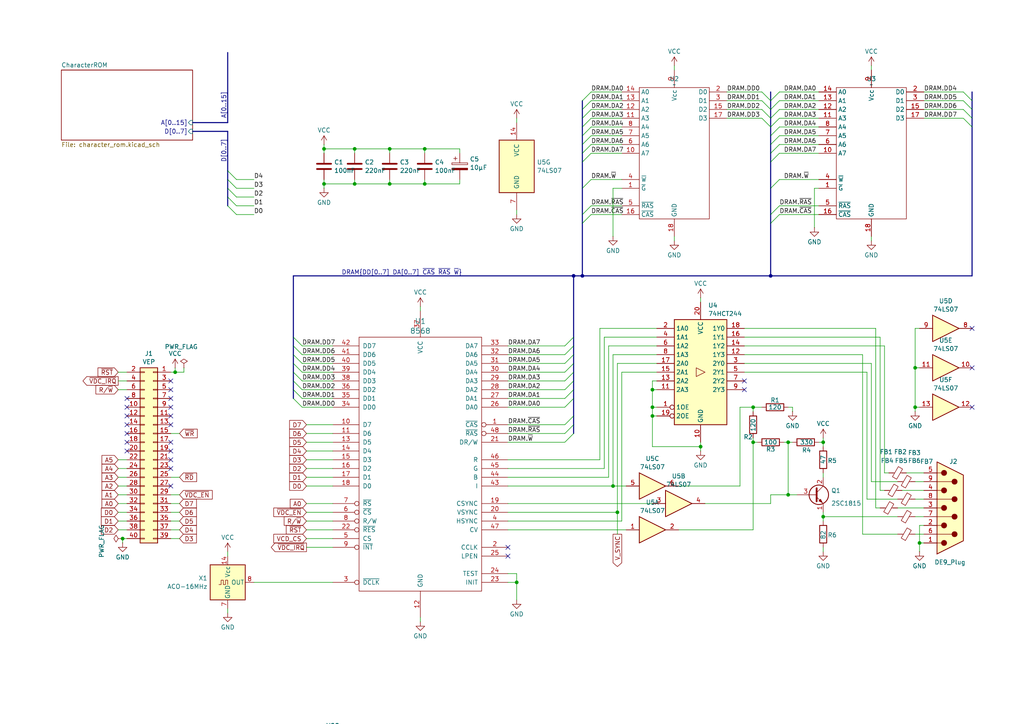
<source format=kicad_sch>
(kicad_sch (version 20231120) (generator "eeschema") (generator_version "8.0")
  (paper "A4")
  (title_block (title "Video Expansion Card - VDC 8568") (date "2024-06-30") (rev "A0") (company "Sperly Retro Electronics"))
  (lib_symbols
    (symbol "4464_1"
      (property "Reference" "U" (at -8.89 43.434 0))
      (symbol "4464_1_1_0"
        (pin power_in line (at 0 -1.27 90) (length 5.08) (name "GND") (number "18"))
        (pin power_in line (at 0 46.99 270) (length 5.08) (name "Vcc") (number "9"))
      )
      (symbol "4464_1_1_1"
        (pin input line (at -15.24 12.7 0) (length 5.08) (name "~{G}") (number "1"))
        (pin input line (at -15.24 22.86 0) (length 5.08) (name "A7") (number "10"))
        (pin input line (at -15.24 33.02 0) (length 5.08) (name "A3") (number "11"))
        (pin input line (at -15.24 35.56 0) (length 5.08) (name "A2") (number "12"))
        (pin input line (at -15.24 38.1 0) (length 5.08) (name "A1") (number "13"))
        (pin input line (at -15.24 40.64 0) (length 5.08) (name "A0") (number "14"))
        (pin bidirectional line (at 15.24 35.56 180) (length 5.08) (name "D2") (number "15"))
        (pin input line (at -15.24 5.08 0) (length 5.08) (name "~{CAS}") (number "16"))
        (pin bidirectional line (at 15.24 33.02 180) (length 5.08) (name "D3") (number "17"))
        (pin bidirectional line (at 15.24 40.64 180) (length 5.08) (name "D0") (number "2"))
        (pin bidirectional line (at 15.24 38.1 180) (length 5.08) (name "D1") (number "3"))
        (pin input line (at -15.24 15.24 0) (length 5.08) (name "~{W}") (number "4"))
        (pin input line (at -15.24 7.62 0) (length 5.08) (name "~{RAS}") (number "5"))
        (pin input line (at -15.24 25.4 0) (length 5.08) (name "A6") (number "6"))
        (pin input line (at -15.24 27.94 0) (length 5.08) (name "A5") (number "7"))
        (pin input line (at -15.24 30.48 0) (length 5.08) (name "A4") (number "8"))
      )
    )
    (symbol "74xx:74HCT244"
      (property "Reference" "U" (at -7.62 16.51 0))
      (property "Value" "74HCT244" (at -7.62 -16.51 0))
      (symbol "74HCT244_1_0"
        (pin input inverted (at -12.7 -10.16 0) (length 5.08) (name "1OE") (number "1"))
        (pin power_in line (at 0 -20.32 90) (length 5.08) (name "GND") (number "10"))
        (pin input line (at -12.7 -5.08 0) (length 5.08) (name "2A3") (number "11"))
        (pin tri_state line (at 12.7 5.08 180) (length 5.08) (name "1Y3") (number "12"))
        (pin input line (at -12.7 -2.54 0) (length 5.08) (name "2A2") (number "13"))
        (pin tri_state line (at 12.7 7.62 180) (length 5.08) (name "1Y2") (number "14"))
        (pin input line (at -12.7 0 0) (length 5.08) (name "2A1") (number "15"))
        (pin tri_state line (at 12.7 10.16 180) (length 5.08) (name "1Y1") (number "16"))
        (pin input line (at -12.7 2.54 0) (length 5.08) (name "2A0") (number "17"))
        (pin tri_state line (at 12.7 12.7 180) (length 5.08) (name "1Y0") (number "18"))
        (pin input inverted (at -12.7 -12.7 0) (length 5.08) (name "2OE") (number "19"))
        (pin input line (at -12.7 12.7 0) (length 5.08) (name "1A0") (number "2"))
        (pin power_in line (at 0 20.32 270) (length 5.08) (name "VCC") (number "20"))
        (pin tri_state line (at 12.7 2.54 180) (length 5.08) (name "2Y0") (number "3"))
        (pin input line (at -12.7 10.16 0) (length 5.08) (name "1A1") (number "4"))
        (pin tri_state line (at 12.7 0 180) (length 5.08) (name "2Y1") (number "5"))
        (pin input line (at -12.7 7.62 0) (length 5.08) (name "1A2") (number "6"))
        (pin tri_state line (at 12.7 -2.54 180) (length 5.08) (name "2Y2") (number "7"))
        (pin input line (at -12.7 5.08 0) (length 5.08) (name "1A3") (number "8"))
        (pin tri_state line (at 12.7 -5.08 180) (length 5.08) (name "2Y3") (number "9"))
      )
    )
    (symbol "74xx:74LS07" (pin_names (offset 1.016))
      (property "Reference" "U" (at 0 1.27 0))
      (property "Value" "74LS07" (at 0 -1.27 0))
      (symbol "74LS07_1_0"
        (pin input line (at -7.62 0 0) (length 3.81) (name "~") (number "1"))
        (pin open_collector line (at 7.62 0 180) (length 3.81) (name "~") (number "2"))
      )
      (symbol "74LS07_2_0"
        (pin input line (at -7.62 0 0) (length 3.81) (name "~") (number "3"))
        (pin open_collector line (at 7.62 0 180) (length 3.81) (name "~") (number "4"))
      )
      (symbol "74LS07_3_0"
        (pin input line (at -7.62 0 0) (length 3.81) (name "~") (number "5"))
        (pin open_collector line (at 7.62 0 180) (length 3.81) (name "~") (number "6"))
      )
      (symbol "74LS07_4_0"
        (pin open_collector line (at 7.62 0 180) (length 3.81) (name "~") (number "8"))
        (pin input line (at -7.62 0 0) (length 3.81) (name "~") (number "9"))
      )
      (symbol "74LS07_5_0"
        (pin open_collector line (at 7.62 0 180) (length 3.81) (name "~") (number "10"))
        (pin input line (at -7.62 0 0) (length 3.81) (name "~") (number "11"))
      )
      (symbol "74LS07_6_0"
        (pin open_collector line (at 7.62 0 180) (length 3.81) (name "~") (number "12"))
        (pin input line (at -7.62 0 0) (length 3.81) (name "~") (number "13"))
      )
      (symbol "74LS07_7_0"
        (pin power_in line (at 0 12.7 270) (length 5.08) (name "VCC") (number "14"))
        (pin power_in line (at 0 -12.7 90) (length 5.08) (name "GND") (number "7"))
      )
    )
    (symbol "Connector:DE9_Plug" (pin_names (offset 1.016) hide)
      (property "Reference" "J" (at 0 13.97 0))
      (property "Value" "DE9_Plug" (at 0 -14.605 0))
      (symbol "DE9_Plug_1_1"
        (pin passive line (at -7.62 -10.16 0) (length 3.81) (name "1") (number "1"))
        (pin passive line (at -7.62 -5.08 0) (length 3.81) (name "2") (number "2"))
        (pin passive line (at -7.62 0 0) (length 3.81) (name "3") (number "3"))
        (pin passive line (at -7.62 5.08 0) (length 3.81) (name "4") (number "4"))
        (pin passive line (at -7.62 10.16 0) (length 3.81) (name "5") (number "5"))
        (pin passive line (at -7.62 -7.62 0) (length 3.81) (name "6") (number "6"))
        (pin passive line (at -7.62 -2.54 0) (length 3.81) (name "7") (number "7"))
        (pin passive line (at -7.62 2.54 0) (length 3.81) (name "8") (number "8"))
        (pin passive line (at -7.62 7.62 0) (length 3.81) (name "9") (number "9"))
      )
    )
    (symbol "Connector_Generic:Conn_02x20_Odd_Even" (pin_names (offset 1.016) hide)
      (property "Reference" "J" (at 1.27 25.4 0))
      (property "Value" "Conn_02x20_Odd_Even" (at 1.27 -27.94 0))
      (symbol "Conn_02x20_Odd_Even_1_1"
        (pin passive line (at -5.08 22.86 0) (length 3.81) (name "Pin_1") (number "1"))
        (pin passive line (at 7.62 12.7 180) (length 3.81) (name "Pin_10") (number "10"))
        (pin passive line (at -5.08 10.16 0) (length 3.81) (name "Pin_11") (number "11"))
        (pin passive line (at 7.62 10.16 180) (length 3.81) (name "Pin_12") (number "12"))
        (pin passive line (at -5.08 7.62 0) (length 3.81) (name "Pin_13") (number "13"))
        (pin passive line (at 7.62 7.62 180) (length 3.81) (name "Pin_14") (number "14"))
        (pin passive line (at -5.08 5.08 0) (length 3.81) (name "Pin_15") (number "15"))
        (pin passive line (at 7.62 5.08 180) (length 3.81) (name "Pin_16") (number "16"))
        (pin passive line (at -5.08 2.54 0) (length 3.81) (name "Pin_17") (number "17"))
        (pin passive line (at 7.62 2.54 180) (length 3.81) (name "Pin_18") (number "18"))
        (pin passive line (at -5.08 0 0) (length 3.81) (name "Pin_19") (number "19"))
        (pin passive line (at 7.62 22.86 180) (length 3.81) (name "Pin_2") (number "2"))
        (pin passive line (at 7.62 0 180) (length 3.81) (name "Pin_20") (number "20"))
        (pin passive line (at -5.08 -2.54 0) (length 3.81) (name "Pin_21") (number "21"))
        (pin passive line (at 7.62 -2.54 180) (length 3.81) (name "Pin_22") (number "22"))
        (pin passive line (at -5.08 -5.08 0) (length 3.81) (name "Pin_23") (number "23"))
        (pin passive line (at 7.62 -5.08 180) (length 3.81) (name "Pin_24") (number "24"))
        (pin passive line (at -5.08 -7.62 0) (length 3.81) (name "Pin_25") (number "25"))
        (pin passive line (at 7.62 -7.62 180) (length 3.81) (name "Pin_26") (number "26"))
        (pin passive line (at -5.08 -10.16 0) (length 3.81) (name "Pin_27") (number "27"))
        (pin passive line (at 7.62 -10.16 180) (length 3.81) (name "Pin_28") (number "28"))
        (pin passive line (at -5.08 -12.7 0) (length 3.81) (name "Pin_29") (number "29"))
        (pin passive line (at -5.08 20.32 0) (length 3.81) (name "Pin_3") (number "3"))
        (pin passive line (at 7.62 -12.7 180) (length 3.81) (name "Pin_30") (number "30"))
        (pin passive line (at -5.08 -15.24 0) (length 3.81) (name "Pin_31") (number "31"))
        (pin passive line (at 7.62 -15.24 180) (length 3.81) (name "Pin_32") (number "32"))
        (pin passive line (at -5.08 -17.78 0) (length 3.81) (name "Pin_33") (number "33"))
        (pin passive line (at 7.62 -17.78 180) (length 3.81) (name "Pin_34") (number "34"))
        (pin passive line (at -5.08 -20.32 0) (length 3.81) (name "Pin_35") (number "35"))
        (pin passive line (at 7.62 -20.32 180) (length 3.81) (name "Pin_36") (number "36"))
        (pin passive line (at -5.08 -22.86 0) (length 3.81) (name "Pin_37") (number "37"))
        (pin passive line (at 7.62 -22.86 180) (length 3.81) (name "Pin_38") (number "38"))
        (pin passive line (at -5.08 -25.4 0) (length 3.81) (name "Pin_39") (number "39"))
        (pin passive line (at 7.62 20.32 180) (length 3.81) (name "Pin_4") (number "4"))
        (pin passive line (at 7.62 -25.4 180) (length 3.81) (name "Pin_40") (number "40"))
        (pin passive line (at -5.08 17.78 0) (length 3.81) (name "Pin_5") (number "5"))
        (pin passive line (at 7.62 17.78 180) (length 3.81) (name "Pin_6") (number "6"))
        (pin passive line (at -5.08 15.24 0) (length 3.81) (name "Pin_7") (number "7"))
        (pin passive line (at 7.62 15.24 180) (length 3.81) (name "Pin_8") (number "8"))
        (pin passive line (at -5.08 12.7 0) (length 3.81) (name "Pin_9") (number "9"))
      )
    )
    (symbol "Device:C" (pin_numbers hide) (pin_names (offset 0.254))
      (property "Reference" "C" (at 0.635 2.54 0))
      (property "Value" "C" (at 0.635 -2.54 0))
      (symbol "C_1_1"
        (pin passive line (at 0 3.81 270) (length 2.794) (name "~") (number "1"))
        (pin passive line (at 0 -3.81 90) (length 2.794) (name "~") (number "2"))
      )
    )
    (symbol "Device:C_Polarized" (pin_numbers hide) (pin_names (offset 0.254))
      (property "Reference" "C" (at 0.635 2.54 0))
      (property "Value" "C_Polarized" (at 0.635 -2.54 0))
      (symbol "C_Polarized_1_1"
        (pin passive line (at 0 3.81 270) (length 2.794) (name "~") (number "1"))
        (pin passive line (at 0 -3.81 90) (length 2.794) (name "~") (number "2"))
      )
    )
    (symbol "Device:FerriteBead_Small" (pin_numbers hide) (pin_names (offset 0))
      (property "Reference" "FB" (at 1.905 1.27 0))
      (property "Value" "FerriteBead_Small" (at 1.905 -1.27 0))
      (symbol "FerriteBead_Small_1_1"
        (pin passive line (at 0 2.54 270) (length 1.27) (name "~") (number "1"))
        (pin passive line (at 0 -2.54 90) (length 1.27) (name "~") (number "2"))
      )
    )
    (symbol "Device:R" (pin_numbers hide) (pin_names (offset 0))
      (property "Reference" "R" (at 2.032 0 90))
      (property "Value" "R" (at 0 0 90))
      (symbol "R_1_1"
        (pin passive line (at 0 3.81 270) (length 1.27) (name "~") (number "1"))
        (pin passive line (at 0 -3.81 90) (length 1.27) (name "~") (number "2"))
      )
    )
    (symbol "Logic_Programmable:GAL16V8" (pin_names (offset 1.016))
      (property "Reference" "U" (at -8.89 16.51 0))
      (property "Value" "GAL16V8" (at 1.27 16.51 0))
      (symbol "GAL16V8_0_0"
        (pin power_in line (at 0 -17.78 90) (length 3.81) (name "GND") (number "10"))
        (pin power_in line (at 0 17.78 270) (length 3.81) (name "VCC") (number "20"))
      )
      (symbol "GAL16V8_1_1"
        (pin input line (at -12.7 12.7 0) (length 3.81) (name "I1/CLK") (number "1"))
        (pin input line (at -12.7 -10.16 0) (length 3.81) (name "I10/~{OE}") (number "11"))
        (pin tri_state line (at 12.7 -5.08 180) (length 3.81) (name "IO8") (number "12"))
        (pin tri_state line (at 12.7 -2.54 180) (length 3.81) (name "IO7") (number "13"))
        (pin tri_state line (at 12.7 0 180) (length 3.81) (name "IO6") (number "14"))
        (pin tri_state line (at 12.7 2.54 180) (length 3.81) (name "IO5") (number "15"))
        (pin tri_state line (at 12.7 5.08 180) (length 3.81) (name "IO4") (number "16"))
        (pin tri_state line (at 12.7 7.62 180) (length 3.81) (name "I03") (number "17"))
        (pin tri_state line (at 12.7 10.16 180) (length 3.81) (name "IO2") (number "18"))
        (pin tri_state line (at 12.7 12.7 180) (length 3.81) (name "IO1") (number "19"))
        (pin input line (at -12.7 10.16 0) (length 3.81) (name "I2") (number "2"))
        (pin input line (at -12.7 7.62 0) (length 3.81) (name "I3") (number "3"))
        (pin input line (at -12.7 5.08 0) (length 3.81) (name "I4") (number "4"))
        (pin input line (at -12.7 2.54 0) (length 3.81) (name "I5") (number "5"))
        (pin input line (at -12.7 0 0) (length 3.81) (name "I6") (number "6"))
        (pin input line (at -12.7 -2.54 0) (length 3.81) (name "I7") (number "7"))
        (pin input line (at -12.7 -5.08 0) (length 3.81) (name "I8") (number "8"))
        (pin input line (at -12.7 -7.62 0) (length 3.81) (name "I9") (number "9"))
      )
    )
    (symbol "Oscillator:ACO-xxxMHz" (pin_names (offset 0.254))
      (property "Reference" "X" (at -5.08 6.35 0))
      (property "Value" "ACO-xxxMHz" (at 1.27 -6.35 0))
      (symbol "ACO-xxxMHz_1_1"
        (pin no_connect line (at -5.08 2.54 0) (length 2.54) hide (name "NC") (number "1"))
        (pin power_in line (at 0 7.62 270) (length 2.54) (name "Vcc") (number "14"))
        (pin power_in line (at 0 -7.62 90) (length 2.54) (name "GND") (number "7"))
        (pin output line (at 7.62 0 180) (length 2.54) (name "OUT") (number "8"))
      )
    )
    (symbol "Transistor_BJT:2SC1815" (pin_names (offset 0) hide)
      (property "Reference" "Q" (at 5.08 1.905 0))
      (property "Value" "2SC1815" (at 5.08 0 0))
      (symbol "2SC1815_1_1"
        (pin passive line (at 2.54 -5.08 90) (length 2.54) (name "E") (number "1"))
        (pin passive line (at 2.54 5.08 270) (length 2.54) (name "C") (number "2"))
        (pin input line (at -5.08 0 0) (length 5.08) (name "B") (number "3"))
      )
    )
    (symbol "cbm:4464"
      (property "Reference" "U" (at -8.89 43.434 0))
      (symbol "4464_1_0"
        (pin power_in line (at 0 -1.27 90) (length 5.08) (name "GND") (number "18"))
        (pin power_in line (at 0 46.99 270) (length 5.08) (name "Vcc") (number "9"))
      )
      (symbol "4464_1_1"
        (pin input line (at -15.24 12.7 0) (length 5.08) (name "~{G}") (number "1"))
        (pin input line (at -15.24 22.86 0) (length 5.08) (name "A7") (number "10"))
        (pin input line (at -15.24 33.02 0) (length 5.08) (name "A3") (number "11"))
        (pin input line (at -15.24 35.56 0) (length 5.08) (name "A2") (number "12"))
        (pin input line (at -15.24 38.1 0) (length 5.08) (name "A1") (number "13"))
        (pin input line (at -15.24 40.64 0) (length 5.08) (name "A0") (number "14"))
        (pin bidirectional line (at 15.24 35.56 180) (length 5.08) (name "D2") (number "15"))
        (pin input line (at -15.24 5.08 0) (length 5.08) (name "~{CAS}") (number "16"))
        (pin bidirectional line (at 15.24 33.02 180) (length 5.08) (name "D3") (number "17"))
        (pin bidirectional line (at 15.24 40.64 180) (length 5.08) (name "D0") (number "2"))
        (pin bidirectional line (at 15.24 38.1 180) (length 5.08) (name "D1") (number "3"))
        (pin input line (at -15.24 15.24 0) (length 5.08) (name "~{W}") (number "4"))
        (pin input line (at -15.24 7.62 0) (length 5.08) (name "~{RAS}") (number "5"))
        (pin input line (at -15.24 25.4 0) (length 5.08) (name "A6") (number "6"))
        (pin input line (at -15.24 27.94 0) (length 5.08) (name "A5") (number "7"))
        (pin input line (at -15.24 30.48 0) (length 5.08) (name "A4") (number "8"))
      )
    )
    (symbol "cbm:8568" (pin_names (offset 1.016))
      (property "Reference" "U" (at 0 -2.54 0))
      (property "Value" "8568" (at 0 2.54 0))
      (symbol "8568_1_1"
        (pin output inverted (at 25.4 6.35 180) (length 7.62) (name "~{CAS}") (number "1"))
        (pin bidirectional line (at -25.4 6.35 0) (length 7.62) (name "D7") (number "10"))
        (pin bidirectional line (at -25.4 3.81 0) (length 7.62) (name "D6") (number "11"))
        (pin power_in line (at 0 -49.53 90) (length 7.62) (name "GND") (number "12"))
        (pin bidirectional line (at -25.4 1.27 0) (length 7.62) (name "D5") (number "13"))
        (pin bidirectional line (at -25.4 -1.27 0) (length 7.62) (name "D4") (number "14"))
        (pin bidirectional line (at -25.4 -3.81 0) (length 7.62) (name "D3") (number "15"))
        (pin bidirectional line (at -25.4 -6.35 0) (length 7.62) (name "D2") (number "16"))
        (pin bidirectional line (at -25.4 -8.89 0) (length 7.62) (name "D1") (number "17"))
        (pin bidirectional line (at -25.4 -11.43 0) (length 7.62) (name "D0") (number "18"))
        (pin input line (at 25.4 -16.51 180) (length 7.62) (name "CSYNC") (number "19"))
        (pin input line (at 25.4 -29.21 180) (length 7.62) (name "CCLK") (number "2"))
        (pin output line (at 25.4 -19.05 180) (length 7.62) (name "VSYNC") (number "20"))
        (pin output line (at 25.4 1.27 180) (length 7.62) (name "DR/W") (number "21"))
        (pin input inverted (at -25.4 -24.13 0) (length 7.62) (name "~{RES}") (number "22"))
        (pin input line (at 25.4 -39.37 180) (length 7.62) (name "INIT") (number "23"))
        (pin input line (at 25.4 -36.83 180) (length 7.62) (name "TEST") (number "24"))
        (pin output line (at 25.4 -31.75 180) (length 7.62) (name "LPEN") (number "25"))
        (pin output line (at 25.4 11.43 180) (length 7.62) (name "DA0") (number "26"))
        (pin output line (at 25.4 13.97 180) (length 7.62) (name "DA1") (number "27"))
        (pin output line (at 25.4 16.51 180) (length 7.62) (name "DA2") (number "28"))
        (pin output line (at 25.4 19.05 180) (length 7.62) (name "DA3") (number "29"))
        (pin input inverted (at -25.4 -39.37 0) (length 7.62) (name "~{DCLK}") (number "3"))
        (pin output line (at 25.4 21.59 180) (length 7.62) (name "DA4") (number "30"))
        (pin output line (at 25.4 24.13 180) (length 7.62) (name "DA5") (number "31"))
        (pin output line (at 25.4 26.67 180) (length 7.62) (name "DA6") (number "32"))
        (pin output line (at 25.4 29.21 180) (length 7.62) (name "DA7") (number "33"))
        (pin bidirectional line (at -25.4 11.43 0) (length 7.62) (name "DD0") (number "34"))
        (pin bidirectional line (at -25.4 13.97 0) (length 7.62) (name "DD1") (number "35"))
        (pin bidirectional line (at -25.4 16.51 0) (length 7.62) (name "DD2") (number "36"))
        (pin power_in line (at 0 39.37 270) (length 7.62) (name "VCC") (number "37"))
        (pin bidirectional line (at -25.4 19.05 0) (length 7.62) (name "DD3") (number "38"))
        (pin bidirectional line (at -25.4 21.59 0) (length 7.62) (name "DD4") (number "39"))
        (pin output line (at 25.4 -21.59 180) (length 7.62) (name "HSYNC") (number "4"))
        (pin bidirectional line (at -25.4 24.13 0) (length 7.62) (name "DD5") (number "40"))
        (pin bidirectional line (at -25.4 26.67 0) (length 7.62) (name "DD6") (number "41"))
        (pin bidirectional line (at -25.4 29.21 0) (length 7.62) (name "DD7") (number "42"))
        (pin output line (at 25.4 -11.43 180) (length 7.62) (name "I") (number "43"))
        (pin output line (at 25.4 -8.89 180) (length 7.62) (name "B") (number "44"))
        (pin output line (at 25.4 -6.35 180) (length 7.62) (name "G") (number "45"))
        (pin output line (at 25.4 -3.81 180) (length 7.62) (name "R") (number "46"))
        (pin output line (at 25.4 -24.13 180) (length 7.62) (name "CV") (number "47"))
        (pin output inverted (at 25.4 3.81 180) (length 7.62) (name "~{RAS}") (number "48"))
        (pin input line (at -25.4 -26.67 0) (length 7.62) (name "CS") (number "5"))
        (pin input inverted (at -25.4 -19.05 0) (length 7.62) (name "~{CS}") (number "6"))
        (pin input inverted (at -25.4 -16.51 0) (length 7.62) (name "~{RS}") (number "7"))
        (pin input inverted (at -25.4 -21.59 0) (length 7.62) (name "R/W") (number "8"))
        (pin input inverted (at -25.4 -29.21 0) (length 7.62) (name "~{INT}") (number "9"))
      )
    )
    (symbol "power:GND" (power) (pin_numbers hide) (pin_names (offset 0) hide)
      (property "Value" "GND" (at 0 -3.81 0))
      (symbol "GND_1_1"
        (pin power_in line (at 0 0 270) (length 0) (name "~") (number "1"))
      )
    )
    (symbol "power:PWR_FLAG" (power) (pin_numbers hide) (pin_names (offset 0) hide)
      (property "Value" "PWR_FLAG" (at 0 3.81 0))
      (symbol "PWR_FLAG_0_0"
        (pin power_out line (at 0 0 90) (length 0) (name "~") (number "1"))
      )
    )
    (symbol "power:VCC" (power) (pin_numbers hide) (pin_names (offset 0) hide)
      (property "Value" "VCC" (at 0 3.556 0))
      (symbol "VCC_1_1"
        (pin power_in line (at 0 0 90) (length 0) (name "~") (number "1"))
      )
    )
  )
  (junction (at 223.52 80.01))
  (junction (at 149.86 168.91))
  (junction (at 189.23 120.65))
  (junction (at 177.8 140.97))
  (junction (at 266.7 157.48))
  (junction (at 228.6 128.27))
  (junction (at 179.07 148.59))
  (junction (at 228.6 143.51))
  (junction (at 113.03 43.18))
  (junction (at 102.87 43.18))
  (junction (at 93.98 43.18))
  (junction (at 123.19 43.18))
  (junction (at 238.76 128.27))
  (junction (at 166.37 80.01))
  (junction (at 218.44 118.11))
  (junction (at 50.8 107.95))
  (junction (at 35.56 156.21))
  (junction (at 168.91 80.01))
  (junction (at 93.98 53.34))
  (junction (at 265.43 118.11))
  (junction (at 110.49 233.68))
  (junction (at 218.44 128.27))
  (junction (at 189.23 113.03))
  (junction (at 123.19 53.34))
  (junction (at 238.76 149.86))
  (junction (at 203.2 129.54))
  (junction (at 265.43 106.68))
  (junction (at 189.23 118.11))
  (junction (at 102.87 53.34))
  (junction (at 113.03 53.34))
  (junction (at 111.76 236.22))
  (no_connect (at 49.53 123.19))
  (no_connect (at 49.53 115.57))
  (no_connect (at 49.53 130.81))
  (no_connect (at 147.32 161.29))
  (no_connect (at 49.53 133.35))
  (no_connect (at 36.83 128.27))
  (no_connect (at 147.32 158.75))
  (no_connect (at 215.9 110.49))
  (no_connect (at 36.83 125.73))
  (no_connect (at 49.53 140.97))
  (no_connect (at 281.94 106.68))
  (no_connect (at 49.53 110.49))
  (no_connect (at 36.83 130.81))
  (no_connect (at 49.53 120.65))
  (no_connect (at 49.53 128.27))
  (no_connect (at 49.53 135.89))
  (no_connect (at 215.9 113.03))
  (no_connect (at 281.94 118.11))
  (no_connect (at 36.83 120.65))
  (no_connect (at 49.53 113.03))
  (no_connect (at 36.83 118.11))
  (no_connect (at 36.83 123.19))
  (no_connect (at 281.94 95.25))
  (no_connect (at 49.53 118.11))
  (no_connect (at 36.83 115.57))
  (bus_entry (at 85.09 107.95) (size 2.54 2.54))
  (bus_entry (at 168.91 29.21) (size 2.54 -2.54))
  (bus_entry (at 66.04 54.61) (size 2.54 2.54))
  (bus_entry (at 166.37 125.73) (size -2.54 2.54))
  (bus_entry (at 223.52 29.21) (size -2.54 -2.54))
  (bus_entry (at 223.52 62.23) (size 2.54 -2.54))
  (bus_entry (at 168.91 36.83) (size 2.54 -2.54))
  (bus_entry (at 223.52 41.91) (size 2.54 -2.54))
  (bus_entry (at 166.37 113.03) (size -2.54 2.54))
  (bus_entry (at 66.04 59.69) (size 2.54 2.54))
  (bus_entry (at 166.37 105.41) (size -2.54 2.54))
  (bus_entry (at 168.91 62.23) (size 2.54 -2.54))
  (bus_entry (at 168.91 44.45) (size 2.54 -2.54))
  (bus_entry (at 168.91 31.75) (size 2.54 -2.54))
  (bus_entry (at 166.37 107.95) (size -2.54 2.54))
  (bus_entry (at 85.09 113.03) (size 2.54 2.54))
  (bus_entry (at 281.94 29.21) (size -2.54 -2.54))
  (bus_entry (at 85.09 102.87) (size 2.54 2.54))
  (bus_entry (at 281.94 36.83) (size -2.54 -2.54))
  (bus_entry (at 166.37 102.87) (size -2.54 2.54))
  (bus_entry (at 223.52 46.99) (size 2.54 -2.54))
  (bus_entry (at 223.52 54.61) (size 2.54 -2.54))
  (bus_entry (at 223.52 36.83) (size -2.54 -2.54))
  (bus_entry (at 223.52 31.75) (size -2.54 -2.54))
  (bus_entry (at 223.52 34.29) (size 2.54 -2.54))
  (bus_entry (at 168.91 34.29) (size 2.54 -2.54))
  (bus_entry (at 168.91 39.37) (size 2.54 -2.54))
  (bus_entry (at 166.37 97.79) (size -2.54 2.54))
  (bus_entry (at 166.37 110.49) (size -2.54 2.54))
  (bus_entry (at 223.52 64.77) (size 2.54 -2.54))
  (bus_entry (at 281.94 34.29) (size -2.54 -2.54))
  (bus_entry (at 85.09 110.49) (size 2.54 2.54))
  (bus_entry (at 223.52 34.29) (size -2.54 -2.54))
  (bus_entry (at 85.09 115.57) (size 2.54 2.54))
  (bus_entry (at 166.37 120.65) (size -2.54 2.54))
  (bus_entry (at 223.52 31.75) (size 2.54 -2.54))
  (bus_entry (at 223.52 29.21) (size 2.54 -2.54))
  (bus_entry (at 85.09 97.79) (size 2.54 2.54))
  (bus_entry (at 66.04 49.53) (size 2.54 2.54))
  (bus_entry (at 166.37 115.57) (size -2.54 2.54))
  (bus_entry (at 166.37 100.33) (size -2.54 2.54))
  (bus_entry (at 85.09 105.41) (size 2.54 2.54))
  (bus_entry (at 223.52 44.45) (size 2.54 -2.54))
  (bus_entry (at 66.04 57.15) (size 2.54 2.54))
  (bus_entry (at 168.91 54.61) (size 2.54 -2.54))
  (bus_entry (at 85.09 100.33) (size 2.54 2.54))
  (bus_entry (at 223.52 36.83) (size 2.54 -2.54))
  (bus_entry (at 168.91 64.77) (size 2.54 -2.54))
  (bus_entry (at 168.91 41.91) (size 2.54 -2.54))
  (bus_entry (at 66.04 52.07) (size 2.54 2.54))
  (bus_entry (at 281.94 31.75) (size -2.54 -2.54))
  (bus_entry (at 166.37 123.19) (size -2.54 2.54))
  (bus_entry (at 223.52 39.37) (size 2.54 -2.54))
  (bus_entry (at 168.91 46.99) (size 2.54 -2.54))
  (wire (pts (xy 109.22 226.06) (xy 113.03 226.06)))
  (wire (pts (xy 49.53 125.73) (xy 52.07 125.73)))
  (wire (pts (xy 226.06 31.75) (xy 237.49 31.75)))
  (wire (pts (xy 87.63 105.41) (xy 96.52 105.41)))
  (wire (pts (xy 251.46 107.95) (xy 251.46 144.78)))
  (wire (pts (xy 133.35 44.45) (xy 133.35 43.18)))
  (wire (pts (xy 147.32 115.57) (xy 163.83 115.57)))
  (wire (pts (xy 189.23 118.11) (xy 189.23 120.65)))
  (bus (pts (xy 168.91 54.61) (xy 168.91 62.23)))
  (wire (pts (xy 147.32 110.49) (xy 163.83 110.49)))
  (bus (pts (xy 85.09 100.33) (xy 85.09 102.87)))
  (wire (pts (xy 87.63 102.87) (xy 96.52 102.87)))
  (wire (pts (xy 210.82 29.21) (xy 220.98 29.21)))
  (wire (pts (xy 252.73 105.41) (xy 252.73 139.7)))
  (wire (pts (xy 88.9 123.19) (xy 96.52 123.19)))
  (wire (pts (xy 34.29 146.05) (xy 36.83 146.05)))
  (wire (pts (xy 88.9 128.27) (xy 96.52 128.27)))
  (wire (pts (xy 149.86 166.37) (xy 149.86 168.91)))
  (wire (pts (xy 88.9 158.75) (xy 96.52 158.75)))
  (wire (pts (xy 121.92 179.07) (xy 121.92 180.34)))
  (wire (pts (xy 68.58 57.15) (xy 73.66 57.15)))
  (wire (pts (xy 87.63 118.11) (xy 96.52 118.11)))
  (bus (pts (xy 168.91 34.29) (xy 168.91 36.83)))
  (wire (pts (xy 109.22 220.98) (xy 113.03 220.98)))
  (wire (pts (xy 35.56 156.21) (xy 35.56 157.48)))
  (wire (pts (xy 49.53 153.67) (xy 52.07 153.67)))
  (wire (pts (xy 195.58 68.58) (xy 195.58 69.85)))
  (wire (pts (xy 254 147.32) (xy 255.27 147.32)))
  (wire (pts (xy 87.63 113.03) (xy 96.52 113.03)))
  (wire (pts (xy 147.32 153.67) (xy 181.61 153.67)))
  (wire (pts (xy 36.83 156.21) (xy 35.56 156.21)))
  (wire (pts (xy 88.9 146.05) (xy 96.52 146.05)))
  (wire (pts (xy 93.98 52.07) (xy 93.98 53.34)))
  (bus (pts (xy 281.94 29.21) (xy 281.94 31.75)))
  (bus (pts (xy 281.94 34.29) (xy 281.94 36.83)))
  (wire (pts (xy 238.76 148.59) (xy 238.76 149.86)))
  (wire (pts (xy 265.43 149.86) (xy 267.97 149.86)))
  (bus (pts (xy 281.94 31.75) (xy 281.94 34.29)))
  (wire (pts (xy 147.32 118.11) (xy 163.83 118.11)))
  (wire (pts (xy 133.35 52.07) (xy 133.35 53.34)))
  (wire (pts (xy 215.9 95.25) (xy 254 95.25)))
  (bus (pts (xy 85.09 80.01) (xy 85.09 97.79)))
  (bus (pts (xy 55.88 35.56) (xy 66.04 35.56)))
  (bus (pts (xy 223.52 80.01) (xy 281.94 80.01)))
  (wire (pts (xy 251.46 144.78) (xy 260.35 144.78)))
  (bus (pts (xy 168.91 44.45) (xy 168.91 46.99)))
  (wire (pts (xy 266.7 157.48) (xy 266.7 160.02)))
  (wire (pts (xy 238.76 149.86) (xy 260.35 149.86)))
  (wire (pts (xy 93.98 43.18) (xy 102.87 43.18)))
  (wire (pts (xy 265.43 95.25) (xy 265.43 106.68)))
  (wire (pts (xy 180.34 54.61) (xy 177.8 54.61)))
  (wire (pts (xy 214.63 118.11) (xy 214.63 140.97)))
  (wire (pts (xy 226.06 26.67) (xy 237.49 26.67)))
  (wire (pts (xy 110.49 233.68) (xy 110.49 231.14)))
  (bus (pts (xy 85.09 97.79) (xy 85.09 100.33)))
  (wire (pts (xy 68.58 62.23) (xy 73.66 62.23)))
  (wire (pts (xy 171.45 34.29) (xy 180.34 34.29)))
  (bus (pts (xy 223.52 31.75) (xy 223.52 34.29)))
  (wire (pts (xy 215.9 100.33) (xy 256.54 100.33)))
  (wire (pts (xy 147.32 113.03) (xy 163.83 113.03)))
  (bus (pts (xy 223.52 41.91) (xy 223.52 44.45)))
  (wire (pts (xy 228.6 128.27) (xy 229.87 128.27)))
  (wire (pts (xy 123.19 43.18) (xy 133.35 43.18)))
  (bus (pts (xy 223.52 44.45) (xy 223.52 46.99)))
  (bus (pts (xy 168.91 41.91) (xy 168.91 44.45)))
  (wire (pts (xy 256.54 137.16) (xy 257.81 137.16)))
  (wire (pts (xy 88.9 133.35) (xy 96.52 133.35)))
  (bus (pts (xy 166.37 123.19) (xy 166.37 125.73)))
  (wire (pts (xy 215.9 102.87) (xy 250.19 102.87)))
  (wire (pts (xy 113.03 43.18) (xy 123.19 43.18)))
  (wire (pts (xy 226.06 34.29) (xy 237.49 34.29)))
  (bus (pts (xy 166.37 120.65) (xy 166.37 123.19)))
  (wire (pts (xy 189.23 120.65) (xy 190.5 120.65)))
  (wire (pts (xy 179.07 105.41) (xy 179.07 148.59)))
  (wire (pts (xy 73.66 168.91) (xy 96.52 168.91)))
  (wire (pts (xy 215.9 105.41) (xy 252.73 105.41)))
  (wire (pts (xy 254 95.25) (xy 254 147.32)))
  (wire (pts (xy 147.32 151.13) (xy 180.34 151.13)))
  (wire (pts (xy 176.53 138.43) (xy 176.53 100.33)))
  (wire (pts (xy 238.76 137.16) (xy 238.76 138.43)))
  (wire (pts (xy 113.03 53.34) (xy 102.87 53.34)))
  (wire (pts (xy 171.45 41.91) (xy 180.34 41.91)))
  (wire (pts (xy 93.98 53.34) (xy 93.98 54.61)))
  (wire (pts (xy 226.06 29.21) (xy 237.49 29.21)))
  (bus (pts (xy 85.09 107.95) (xy 85.09 110.49)))
  (wire (pts (xy 252.73 68.58) (xy 252.73 69.85)))
  (wire (pts (xy 171.45 44.45) (xy 180.34 44.45)))
  (wire (pts (xy 50.8 107.95) (xy 49.53 107.95)))
  (wire (pts (xy 267.97 29.21) (xy 279.4 29.21)))
  (wire (pts (xy 226.06 41.91) (xy 237.49 41.91)))
  (wire (pts (xy 171.45 62.23) (xy 180.34 62.23)))
  (wire (pts (xy 252.73 19.05) (xy 252.73 20.32)))
  (wire (pts (xy 218.44 128.27) (xy 218.44 153.67)))
  (wire (pts (xy 93.98 41.91) (xy 93.98 43.18)))
  (wire (pts (xy 149.86 34.29) (xy 149.86 35.56)))
  (wire (pts (xy 267.97 26.67) (xy 279.4 26.67)))
  (wire (pts (xy 227.33 128.27) (xy 228.6 128.27)))
  (bus (pts (xy 166.37 107.95) (xy 166.37 110.49)))
  (wire (pts (xy 226.06 39.37) (xy 237.49 39.37)))
  (wire (pts (xy 203.2 129.54) (xy 203.2 130.81)))
  (wire (pts (xy 111.76 236.22) (xy 111.76 228.6)))
  (wire (pts (xy 133.35 53.34) (xy 123.19 53.34)))
  (bus (pts (xy 281.94 26.67) (xy 281.94 29.21)))
  (bus (pts (xy 168.91 29.21) (xy 168.91 31.75)))
  (wire (pts (xy 53.34 107.95) (xy 53.34 106.68)))
  (wire (pts (xy 109.22 236.22) (xy 111.76 236.22)))
  (bus (pts (xy 85.09 80.01) (xy 166.37 80.01)))
  (wire (pts (xy 189.23 129.54) (xy 203.2 129.54)))
  (wire (pts (xy 171.45 59.69) (xy 180.34 59.69)))
  (wire (pts (xy 265.43 139.7) (xy 267.97 139.7)))
  (wire (pts (xy 260.35 147.32) (xy 267.97 147.32)))
  (wire (pts (xy 109.22 231.14) (xy 110.49 231.14)))
  (wire (pts (xy 231.14 143.51) (xy 228.6 143.51)))
  (bus (pts (xy 166.37 102.87) (xy 166.37 105.41)))
  (wire (pts (xy 266.7 95.25) (xy 265.43 95.25)))
  (wire (pts (xy 256.54 100.33) (xy 256.54 137.16)))
  (wire (pts (xy 88.9 130.81) (xy 96.52 130.81)))
  (wire (pts (xy 267.97 34.29) (xy 279.4 34.29)))
  (wire (pts (xy 88.9 138.43) (xy 96.52 138.43)))
  (wire (pts (xy 68.58 54.61) (xy 73.66 54.61)))
  (wire (pts (xy 34.29 107.95) (xy 36.83 107.95)))
  (wire (pts (xy 265.43 154.94) (xy 267.97 154.94)))
  (wire (pts (xy 50.8 107.95) (xy 50.8 106.68)))
  (wire (pts (xy 147.32 102.87) (xy 163.83 102.87)))
  (wire (pts (xy 176.53 100.33) (xy 190.5 100.33)))
  (wire (pts (xy 223.52 143.51) (xy 223.52 146.05)))
  (wire (pts (xy 180.34 107.95) (xy 190.5 107.95)))
  (wire (pts (xy 147.32 166.37) (xy 149.86 166.37)))
  (wire (pts (xy 87.63 100.33) (xy 96.52 100.33)))
  (wire (pts (xy 121.92 88.9) (xy 121.92 90.17)))
  (wire (pts (xy 109.22 223.52) (xy 113.03 223.52)))
  (wire (pts (xy 49.53 156.21) (xy 52.07 156.21)))
  (wire (pts (xy 87.63 115.57) (xy 96.52 115.57)))
  (wire (pts (xy 252.73 139.7) (xy 260.35 139.7)))
  (bus (pts (xy 168.91 62.23) (xy 168.91 64.77)))
  (wire (pts (xy 177.8 140.97) (xy 177.8 102.87)))
  (wire (pts (xy 113.03 44.45) (xy 113.03 43.18)))
  (bus (pts (xy 223.52 36.83) (xy 223.52 39.37)))
  (wire (pts (xy 267.97 152.4) (xy 266.7 152.4)))
  (wire (pts (xy 96.52 214.63) (xy 96.52 215.9)))
  (bus (pts (xy 66.04 15.24) (xy 66.04 35.56)))
  (wire (pts (xy 180.34 151.13) (xy 180.34 107.95)))
  (bus (pts (xy 85.09 102.87) (xy 85.09 105.41)))
  (wire (pts (xy 88.9 148.59) (xy 96.52 148.59)))
  (wire (pts (xy 149.86 168.91) (xy 149.86 173.99)))
  (wire (pts (xy 49.53 148.59) (xy 52.07 148.59)))
  (wire (pts (xy 147.32 135.89) (xy 175.26 135.89)))
  (wire (pts (xy 49.53 151.13) (xy 52.07 151.13)))
  (wire (pts (xy 109.22 233.68) (xy 110.49 233.68)))
  (wire (pts (xy 266.7 152.4) (xy 266.7 157.48)))
  (bus (pts (xy 66.04 57.15) (xy 66.04 59.69)))
  (wire (pts (xy 215.9 97.79) (xy 255.27 97.79)))
  (bus (pts (xy 85.09 110.49) (xy 85.09 113.03)))
  (wire (pts (xy 34.29 138.43) (xy 36.83 138.43)))
  (bus (pts (xy 223.52 29.21) (xy 223.52 31.75)))
  (wire (pts (xy 123.19 43.18) (xy 123.19 44.45)))
  (wire (pts (xy 218.44 118.11) (xy 220.98 118.11)))
  (wire (pts (xy 203.2 128.27) (xy 203.2 129.54)))
  (bus (pts (xy 66.04 38.1) (xy 66.04 49.53)))
  (wire (pts (xy 173.99 133.35) (xy 173.99 95.25)))
  (wire (pts (xy 250.19 154.94) (xy 260.35 154.94)))
  (wire (pts (xy 255.27 97.79) (xy 255.27 142.24)))
  (wire (pts (xy 218.44 127) (xy 218.44 128.27)))
  (bus (pts (xy 223.52 54.61) (xy 223.52 62.23)))
  (wire (pts (xy 267.97 31.75) (xy 279.4 31.75)))
  (wire (pts (xy 96.52 251.46) (xy 96.52 252.73)))
  (wire (pts (xy 111.76 236.22) (xy 113.03 236.22)))
  (wire (pts (xy 210.82 31.75) (xy 220.98 31.75)))
  (wire (pts (xy 210.82 26.67) (xy 220.98 26.67)))
  (wire (pts (xy 147.32 100.33) (xy 163.83 100.33)))
  (wire (pts (xy 171.45 36.83) (xy 180.34 36.83)))
  (bus (pts (xy 168.91 80.01) (xy 223.52 80.01)))
  (wire (pts (xy 265.43 118.11) (xy 265.43 119.38)))
  (bus (pts (xy 223.52 39.37) (xy 223.52 41.91)))
  (wire (pts (xy 173.99 95.25) (xy 190.5 95.25)))
  (wire (pts (xy 237.49 128.27) (xy 238.76 128.27)))
  (wire (pts (xy 238.76 149.86) (xy 238.76 151.13)))
  (bus (pts (xy 166.37 100.33) (xy 166.37 102.87)))
  (wire (pts (xy 189.23 120.65) (xy 189.23 129.54)))
  (wire (pts (xy 265.43 106.68) (xy 266.7 106.68)))
  (wire (pts (xy 190.5 118.11) (xy 189.23 118.11)))
  (wire (pts (xy 68.58 52.07) (xy 73.66 52.07)))
  (wire (pts (xy 34.29 135.89) (xy 36.83 135.89)))
  (bus (pts (xy 166.37 115.57) (xy 166.37 120.65)))
  (wire (pts (xy 34.29 110.49) (xy 36.83 110.49)))
  (wire (pts (xy 88.9 135.89) (xy 96.52 135.89)))
  (wire (pts (xy 223.52 146.05) (xy 204.47 146.05)))
  (wire (pts (xy 34.29 148.59) (xy 36.83 148.59)))
  (wire (pts (xy 189.23 113.03) (xy 189.23 118.11)))
  (wire (pts (xy 261.62 142.24) (xy 267.97 142.24)))
  (wire (pts (xy 203.2 86.36) (xy 203.2 87.63)))
  (wire (pts (xy 147.32 125.73) (xy 163.83 125.73)))
  (bus (pts (xy 168.91 64.77) (xy 168.91 80.01)))
  (wire (pts (xy 34.29 140.97) (xy 36.83 140.97)))
  (bus (pts (xy 168.91 31.75) (xy 168.91 34.29)))
  (wire (pts (xy 226.06 44.45) (xy 237.49 44.45)))
  (wire (pts (xy 147.32 168.91) (xy 149.86 168.91)))
  (bus (pts (xy 66.04 49.53) (xy 66.04 52.07)))
  (wire (pts (xy 218.44 128.27) (xy 219.71 128.27)))
  (wire (pts (xy 147.32 128.27) (xy 163.83 128.27)))
  (bus (pts (xy 66.04 54.61) (xy 66.04 57.15)))
  (wire (pts (xy 34.29 151.13) (xy 36.83 151.13)))
  (wire (pts (xy 34.29 143.51) (xy 36.83 143.51)))
  (bus (pts (xy 166.37 80.01) (xy 168.91 80.01)))
  (bus (pts (xy 66.04 52.07) (xy 66.04 54.61)))
  (wire (pts (xy 190.5 110.49) (xy 189.23 110.49)))
  (wire (pts (xy 34.29 153.67) (xy 36.83 153.67)))
  (wire (pts (xy 109.22 238.76) (xy 113.03 238.76)))
  (wire (pts (xy 88.9 125.73) (xy 96.52 125.73)))
  (wire (pts (xy 210.82 34.29) (xy 220.98 34.29)))
  (wire (pts (xy 88.9 151.13) (xy 96.52 151.13)))
  (wire (pts (xy 229.87 118.11) (xy 229.87 119.38)))
  (wire (pts (xy 109.22 228.6) (xy 111.76 228.6)))
  (wire (pts (xy 123.19 53.34) (xy 113.03 53.34)))
  (wire (pts (xy 88.9 140.97) (xy 96.52 140.97)))
  (wire (pts (xy 102.87 44.45) (xy 102.87 43.18)))
  (wire (pts (xy 190.5 105.41) (xy 179.07 105.41)))
  (wire (pts (xy 177.8 140.97) (xy 181.61 140.97)))
  (bus (pts (xy 223.52 46.99) (xy 223.52 54.61)))
  (wire (pts (xy 102.87 43.18) (xy 113.03 43.18)))
  (wire (pts (xy 175.26 135.89) (xy 175.26 97.79)))
  (wire (pts (xy 218.44 153.67) (xy 196.85 153.67)))
  (wire (pts (xy 66.04 176.53) (xy 66.04 177.8)))
  (wire (pts (xy 255.27 142.24) (xy 256.54 142.24)))
  (wire (pts (xy 226.06 36.83) (xy 237.49 36.83)))
  (wire (pts (xy 34.29 133.35) (xy 36.83 133.35)))
  (bus (pts (xy 166.37 113.03) (xy 166.37 115.57)))
  (bus (pts (xy 85.09 105.41) (xy 85.09 107.95)))
  (wire (pts (xy 226.06 52.07) (xy 237.49 52.07)))
  (wire (pts (xy 175.26 97.79) (xy 190.5 97.79)))
  (bus (pts (xy 281.94 36.83) (xy 281.94 80.01)))
  (wire (pts (xy 113.03 52.07) (xy 113.03 53.34)))
  (wire (pts (xy 147.32 107.95) (xy 163.83 107.95)))
  (wire (pts (xy 147.32 140.97) (xy 177.8 140.97)))
  (wire (pts (xy 87.63 107.95) (xy 96.52 107.95)))
  (wire (pts (xy 96.52 156.21) (xy 88.9 156.21)))
  (wire (pts (xy 250.19 102.87) (xy 250.19 154.94)))
  (bus (pts (xy 223.52 26.67) (xy 223.52 29.21)))
  (wire (pts (xy 147.32 133.35) (xy 173.99 133.35)))
  (wire (pts (xy 228.6 143.51) (xy 223.52 143.51)))
  (bus (pts (xy 168.91 36.83) (xy 168.91 39.37)))
  (wire (pts (xy 147.32 138.43) (xy 176.53 138.43)))
  (wire (pts (xy 214.63 118.11) (xy 218.44 118.11)))
  (wire (pts (xy 149.86 60.96) (xy 149.86 62.23)))
  (bus (pts (xy 85.09 113.03) (xy 85.09 115.57)))
  (wire (pts (xy 179.07 148.59) (xy 179.07 154.94)))
  (wire (pts (xy 226.06 59.69) (xy 237.49 59.69)))
  (wire (pts (xy 265.43 118.11) (xy 266.7 118.11)))
  (bus (pts (xy 168.91 39.37) (xy 168.91 41.91)))
  (bus (pts (xy 223.52 34.29) (xy 223.52 36.83)))
  (bus (pts (xy 166.37 80.01) (xy 166.37 97.79)))
  (wire (pts (xy 226.06 62.23) (xy 237.49 62.23)))
  (wire (pts (xy 93.98 43.18) (xy 93.98 44.45)))
  (bus (pts (xy 223.52 62.23) (xy 223.52 64.77)))
  (wire (pts (xy 238.76 158.75) (xy 238.76 160.02)))
  (wire (pts (xy 237.49 54.61) (xy 236.22 54.61)))
  (wire (pts (xy 266.7 157.48) (xy 267.97 157.48)))
  (bus (pts (xy 166.37 105.41) (xy 166.37 107.95)))
  (wire (pts (xy 262.89 137.16) (xy 267.97 137.16)))
  (wire (pts (xy 110.49 233.68) (xy 113.03 233.68)))
  (wire (pts (xy 177.8 54.61) (xy 177.8 68.58)))
  (wire (pts (xy 49.53 143.51) (xy 52.07 143.51)))
  (wire (pts (xy 147.32 123.19) (xy 163.83 123.19)))
  (wire (pts (xy 50.8 107.95) (xy 53.34 107.95)))
  (wire (pts (xy 147.32 105.41) (xy 163.83 105.41)))
  (wire (pts (xy 123.19 52.07) (xy 123.19 53.34)))
  (wire (pts (xy 179.07 148.59) (xy 147.32 148.59)))
  (bus (pts (xy 166.37 97.79) (xy 166.37 100.33)))
  (wire (pts (xy 68.58 59.69) (xy 73.66 59.69)))
  (wire (pts (xy 49.53 138.43) (xy 52.07 138.43)))
  (wire (pts (xy 49.53 146.05) (xy 52.07 146.05)))
  (wire (pts (xy 195.58 19.05) (xy 195.58 20.32)))
  (bus (pts (xy 55.88 38.1) (xy 66.04 38.1)))
  (wire (pts (xy 238.76 127) (xy 238.76 128.27)))
  (wire (pts (xy 228.6 128.27) (xy 228.6 143.51)))
  (bus (pts (xy 168.91 46.99) (xy 168.91 54.61)))
  (wire (pts (xy 102.87 52.07) (xy 102.87 53.34)))
  (wire (pts (xy 265.43 144.78) (xy 267.97 144.78)))
  (wire (pts (xy 171.45 26.67) (xy 180.34 26.67)))
  (wire (pts (xy 189.23 110.49) (xy 189.23 113.03)))
  (wire (pts (xy 171.45 52.07) (xy 180.34 52.07)))
  (wire (pts (xy 88.9 153.67) (xy 96.52 153.67)))
  (wire (pts (xy 177.8 102.87) (xy 190.5 102.87)))
  (wire (pts (xy 228.6 118.11) (xy 229.87 118.11)))
  (wire (pts (xy 238.76 128.27) (xy 238.76 129.54)))
  (wire (pts (xy 171.45 31.75) (xy 180.34 31.75)))
  (bus (pts (xy 223.52 64.77) (xy 223.52 80.01)))
  (wire (pts (xy 236.22 54.61) (xy 236.22 66.04)))
  (wire (pts (xy 214.63 140.97) (xy 196.85 140.97)))
  (wire (pts (xy 189.23 113.03) (xy 190.5 113.03)))
  (wire (pts (xy 102.87 53.34) (xy 93.98 53.34)))
  (wire (pts (xy 265.43 106.68) (xy 265.43 118.11)))
  (wire (pts (xy 218.44 118.11) (xy 218.44 119.38)))
  (wire (pts (xy 147.32 146.05) (xy 189.23 146.05)))
  (wire (pts (xy 87.63 110.49) (xy 96.52 110.49)))
  (wire (pts (xy 215.9 107.95) (xy 251.46 107.95)))
  (wire (pts (xy 66.04 160.02) (xy 66.04 161.29)))
  (wire (pts (xy 171.45 29.21) (xy 180.34 29.21)))
  (bus (pts (xy 166.37 110.49) (xy 166.37 113.03)))
  (wire (pts (xy 171.45 39.37) (xy 180.34 39.37)))
  (wire (pts (xy 34.29 113.03) (xy 36.83 113.03)))
  (text "VDC_CS =  \n" (at 85.852 258.826 0) (effects (font (size 1.27 1.27))))
  (label "DRAM.~{RAS}" (at 171.45 59.69 0))
  (label "DRAM.DA2" (at 147.32 113.03 0))
  (label "DRAM.~{W}" (at 147.32 128.27 0))
  (label "D3" (at 73.66 54.61 0))
  (label "DRAM.DA1" (at 227.33 29.21 0))
  (label "DRAM.DA2" (at 171.45 31.75 0))
  (label "D4" (at 73.66 52.07 0))
  (label "D[0..7]" (at 66.04 46.99 90))
  (label "DRAM.DD5" (at 267.97 29.21 0))
  (label "DRAM.DD7" (at 87.63 100.33 0))
  (label "DRAM.DA3" (at 227.33 34.29 0))
  (label "DRAM.~{CAS}" (at 171.45 62.23 0))
  (label "DRAM.~{CAS}" (at 147.32 123.19 0))
  (label "DRAM.DA3" (at 147.32 110.49 0))
  (label "DRAM.DD6" (at 267.97 31.75 0))
  (label "DRAM.DD4" (at 87.63 107.95 0))
  (label "D1" (at 73.66 59.69 0))
  (label "DRAM.DA5" (at 171.45 39.37 0))
  (label "DRAM.~{RAS}" (at 147.32 125.73 0))
  (label "DRAM.DA0" (at 147.32 118.11 0))
  (label "D0" (at 73.66 62.23 0))
  (label "DRAM.DA6" (at 147.32 102.87 0))
  (label "DRAM.DA6" (at 171.45 41.91 0))
  (label "DRAM.DA0" (at 227.33 26.67 0))
  (label "A[0..15]" (at 66.04 34.29 90))
  (label "DRAM.DD7" (at 267.97 34.29 0))
  (label "DRAM.DA5" (at 227.33 39.37 0))
  (label "DRAM.~{W}" (at 171.45 52.07 0))
  (label "DRAM.DA1" (at 171.45 29.21 0))
  (label "DRAM.DD2" (at 210.82 31.75 0))
  (label "DRAM.DA2" (at 227.33 31.75 0))
  (label "DRAM.DA3" (at 171.45 34.29 0))
  (label "DRAM.DA4" (at 147.32 107.95 0))
  (label "DRAM.DA7" (at 147.32 100.33 0))
  (label "DRAM.DA7" (at 227.33 44.45 0))
  (label "DRAM.DA4" (at 171.45 36.83 0))
  (label "DRAM.DD5" (at 87.63 105.41 0))
  (label "DRAM.DD0" (at 210.82 26.67 0))
  (label "DRAM.DD1" (at 87.63 115.57 0))
  (label "DRAM.DD4" (at 267.97 26.67 0))
  (label "DRAM{DD[0..7] DA[0..7] ~{CAS} ~{RAS} ~{W}}" (at 99.06 80.01 0))
  (label "DRAM.DA1" (at 147.32 115.57 0))
  (label "D2" (at 73.66 57.15 0))
  (label "DRAM.DA4" (at 227.33 36.83 0))
  (label "DRAM.~{CAS}" (at 226.06 62.23 0))
  (label "DRAM.DD3" (at 87.63 110.49 0))
  (label "DRAM.DA6" (at 227.33 41.91 0))
  (label "DRAM.~{W}" (at 227.33 52.07 0))
  (label "DRAM.DD1" (at 210.82 29.21 0))
  (label "DRAM.DA5" (at 147.32 105.41 0))
  (label "DRAM.DA7" (at 171.45 44.45 0))
  (label "DRAM.~{RAS}" (at 226.06 59.69 0))
  (label "DRAM.DD2" (at 87.63 113.03 0))
  (label "DRAM.DD3" (at 210.82 34.29 0))
  (label "DRAM.DD0" (at 87.63 118.11 0))
  (label "DRAM.DD6" (at 87.63 102.87 0))
  (label "DRAM.DA0" (at 171.45 26.67 0))
  (global_label "V_SYNC" (shape output) (at 179.07 154.94 270) (property "Intersheetrefs" "${INTERSHEET_REFS}" (effects (hide yes))))
  (global_label "~{VDC_EN}" (shape input) (at 81.28 233.68 180) (property "Intersheetrefs" "${INTERSHEET_REFS}" (effects (hide yes))))
  (global_label "~{VDC_IRQ}" (shape output) (at 34.29 110.49 180) (property "Intersheetrefs" "${INTERSHEET_REFS}" (effects (hide yes))))
  (global_label "D3" (shape input) (at 52.07 156.21 0) (property "Intersheetrefs" "${INTERSHEET_REFS}" (effects (hide yes))))
  (global_label "R{slash}~{W}" (shape input) (at 34.29 113.03 180) (property "Intersheetrefs" "${INTERSHEET_REFS}" (effects (hide yes))))
  (global_label "~{VDC_EN}" (shape input) (at 88.9 148.59 180) (property "Intersheetrefs" "${INTERSHEET_REFS}" (effects (hide yes))))
  (global_label "~{CROM_OE}" (shape output) (at 113.03 220.98 0) (property "Intersheetrefs" "${INTERSHEET_REFS}" (effects (hide yes))))
  (global_label "A0" (shape input) (at 34.29 146.05 180) (property "Intersheetrefs" "${INTERSHEET_REFS}" (effects (hide yes))))
  (global_label "~{WR}" (shape input) (at 52.07 125.73 0) (property "Intersheetrefs" "${INTERSHEET_REFS}" (effects (hide yes))))
  (global_label "D6" (shape input) (at 88.9 125.73 180) (property "Intersheetrefs" "${INTERSHEET_REFS}" (effects (hide yes))))
  (global_label "A1" (shape input) (at 34.29 143.51 180) (property "Intersheetrefs" "${INTERSHEET_REFS}" (effects (hide yes))))
  (global_label "D1" (shape input) (at 34.29 151.13 180) (property "Intersheetrefs" "${INTERSHEET_REFS}" (effects (hide yes))))
  (global_label "D4" (shape input) (at 88.9 130.81 180) (property "Intersheetrefs" "${INTERSHEET_REFS}" (effects (hide yes))))
  (global_label "A0" (shape input) (at 88.9 146.05 180) (property "Intersheetrefs" "${INTERSHEET_REFS}" (effects (hide yes))))
  (global_label "~{RST}" (shape input) (at 88.9 153.67 180) (property "Intersheetrefs" "${INTERSHEET_REFS}" (effects (hide yes))))
  (global_label "D5" (shape input) (at 88.9 128.27 180) (property "Intersheetrefs" "${INTERSHEET_REFS}" (effects (hide yes))))
  (global_label "~{WR}" (shape input) (at 81.28 223.52 180) (property "Intersheetrefs" "${INTERSHEET_REFS}" (effects (hide yes))))
  (global_label "~{VDC_CHIP_IRQ}" (shape input) (at 81.28 238.76 180) (property "Intersheetrefs" "${INTERSHEET_REFS}" (effects (hide yes))))
  (global_label "D0" (shape input) (at 88.9 140.97 180) (property "Intersheetrefs" "${INTERSHEET_REFS}" (effects (hide yes))))
  (global_label "D1" (shape input) (at 88.9 138.43 180) (property "Intersheetrefs" "${INTERSHEET_REFS}" (effects (hide yes))))
  (global_label "~{VDC_IRQ}" (shape output) (at 113.03 238.76 0) (property "Intersheetrefs" "${INTERSHEET_REFS}" (effects (hide yes))))
  (global_label "IRQ_ON_V_BLANK" (shape output) (at 113.03 233.68 0) (property "Intersheetrefs" "${INTERSHEET_REFS}" (effects (hide yes))))
  (global_label "~{RD}" (shape input) (at 52.07 138.43 0) (property "Intersheetrefs" "${INTERSHEET_REFS}" (effects (hide yes))))
  (global_label "~{VDC_EN}" (shape input) (at 52.07 143.51 0) (property "Intersheetrefs" "${INTERSHEET_REFS}" (effects (hide yes))))
  (global_label "D2" (shape input) (at 88.9 135.89 180) (property "Intersheetrefs" "${INTERSHEET_REFS}" (effects (hide yes))))
  (global_label "D6" (shape input) (at 52.07 148.59 0) (property "Intersheetrefs" "${INTERSHEET_REFS}" (effects (hide yes))))
  (global_label "VCD_CS" (shape input) (at 88.9 156.21 180) (property "Intersheetrefs" "${INTERSHEET_REFS}" (effects (hide yes))))
  (global_label "A4" (shape input) (at 81.28 228.6 180) (property "Intersheetrefs" "${INTERSHEET_REFS}" (effects (hide yes))))
  (global_label "R{slash}~{W}" (shape input) (at 88.9 151.13 180) (property "Intersheetrefs" "${INTERSHEET_REFS}" (effects (hide yes))))
  (global_label "A5" (shape input) (at 34.29 133.35 180) (property "Intersheetrefs" "${INTERSHEET_REFS}" (effects (hide yes))))
  (global_label "D0" (shape input) (at 34.29 148.59 180) (property "Intersheetrefs" "${INTERSHEET_REFS}" (effects (hide yes))))
  (global_label "A3" (shape input) (at 77.47 254 180) (property "Intersheetrefs" "${INTERSHEET_REFS}" (effects (hide yes))))
  (global_label "~{VDC_IRQ}" (shape output) (at 88.9 158.75 180) (property "Intersheetrefs" "${INTERSHEET_REFS}" (effects (hide yes))))
  (global_label "CREG_WR" (shape output) (at 113.03 226.06 0) (property "Intersheetrefs" "${INTERSHEET_REFS}" (effects (hide yes))))
  (global_label "D7" (shape input) (at 88.9 123.19 180) (property "Intersheetrefs" "${INTERSHEET_REFS}" (effects (hide yes))))
  (global_label "A2" (shape input) (at 34.29 140.97 180) (property "Intersheetrefs" "${INTERSHEET_REFS}" (effects (hide yes))))
  (global_label "D2" (shape input) (at 34.29 153.67 180) (property "Intersheetrefs" "${INTERSHEET_REFS}" (effects (hide yes))))
  (global_label "A4" (shape input) (at 34.29 135.89 180) (property "Intersheetrefs" "${INTERSHEET_REFS}" (effects (hide yes))))
  (global_label "VCD_CS" (shape output) (at 113.03 223.52 0) (property "Intersheetrefs" "${INTERSHEET_REFS}" (effects (hide yes))))
  (global_label "D5" (shape input) (at 52.07 151.13 0) (property "Intersheetrefs" "${INTERSHEET_REFS}" (effects (hide yes))))
  (global_label "A3" (shape input) (at 34.29 138.43 180) (property "Intersheetrefs" "${INTERSHEET_REFS}" (effects (hide yes))))
  (global_label "V_SYNC" (shape input) (at 81.28 241.3 180) (property "Intersheetrefs" "${INTERSHEET_REFS}" (effects (hide yes))))
  (global_label "~{RST}" (shape input) (at 34.29 107.95 180) (property "Intersheetrefs" "${INTERSHEET_REFS}" (effects (hide yes))))
  (global_label "~{RD}" (shape input) (at 81.28 236.22 180) (property "Intersheetrefs" "${INTERSHEET_REFS}" (effects (hide yes))))
  (global_label "D3" (shape input) (at 88.9 133.35 180) (property "Intersheetrefs" "${INTERSHEET_REFS}" (effects (hide yes))))
  (global_label "A5" (shape input) (at 81.28 226.06 180) (property "Intersheetrefs" "${INTERSHEET_REFS}" (effects (hide yes))))
  (global_label "IRQ_ON_READY" (shape output) (at 113.03 236.22 0) (property "Intersheetrefs" "${INTERSHEET_REFS}" (effects (hide yes))))
  (global_label "D7" (shape input) (at 52.07 146.05 0) (property "Intersheetrefs" "${INTERSHEET_REFS}" (effects (hide yes))))
  (global_label "D4" (shape input) (at 52.07 153.67 0) (property "Intersheetrefs" "${INTERSHEET_REFS}" (effects (hide yes))))
  (symbol (lib_id "Device:FerriteBead_Small") (at 259.08 142.24 90) (unit 1)
    (property "Reference" "FB3" (at 265.2141 131.3223 90))
    (property "Value" "FerriteBead_Small" (effects (hide yes)))
    (property "Footprint" "Inductor_THT:L_Axial_L5.0mm_D3.6mm_P10.00mm_Horizontal_Murata_BL01RN1A2A2" (effects (hide yes)))
    (property "Description" "Ferrite bead, small symbol" (effects (hide yes)))
  )
  (symbol (lib_id "74xx:74LS07") (at 274.32 95.25 0) (unit 4)
    (property "Reference" "U5" (at 274.32 87.2955 0))
    (property "Value" "74LS07" (at 274.32 89.7198 0))
    (property "Footprint" "Package_DIP:DIP-14_W7.62mm_Socket" (effects (hide yes)))
    (property "Datasheet" "www.ti.com/lit/ds/symlink/sn74ls07.pdf" (effects (hide yes)))
    (property "Description" "Hex Buffers and Drivers With Open Collector High Voltage Outputs" (effects (hide yes)))
  )
  (symbol (lib_id "Device:FerriteBead_Small") (at 262.89 144.78 90) (unit 1)
    (property "Reference" "FB4" (at 257.3401 133.6083 90))
    (property "Value" "FerriteBead_Small" (effects (hide yes)))
    (property "Footprint" "Inductor_THT:L_Axial_L5.0mm_D3.6mm_P10.00mm_Horizontal_Murata_BL01RN1A2A2" (effects (hide yes)))
    (property "Description" "Ferrite bead, small symbol" (effects (hide yes)))
  )
  (symbol (lib_id "Connector:DE9_Plug") (at 275.59 147.32 0) (unit 1)
    (property "Reference" "J2" (at 275.336 133.858 0) (effects (justify left)))
    (property "Value" "DE9_Plug" (at 271.018 163.068 0) (effects (justify left)))
    (property "Footprint" "Connector_Dsub:DSUB-9_Male_Horizontal_P2.77x2.54mm_EdgePinOffset9.40mm" (effects (hide yes)))
    (property "Datasheet" " ~" (effects (hide yes)))
    (property "Description" "9-pin male plug pin D-SUB connector" (effects (hide yes)))
  )
  (symbol (lib_id "power:GND") (at 66.04 177.8 0) (unit 1)
    (property "Reference" "#PWR023" (effects (hide yes)))
    (property "Value" "GND" (at 66.04 181.9331 0))
    (property "Description" "Power symbol creates a global label with name \"GND\" , ground" (effects (hide yes)))
  )
  (symbol (lib_id "Device:FerriteBead_Small") (at 262.89 149.86 90) (unit 1)
    (property "Reference" "FB6" (at 265.2141 133.6083 90))
    (property "Value" "FerriteBead_Small" (effects (hide yes)))
    (property "Footprint" "Inductor_THT:L_Axial_L5.0mm_D3.6mm_P10.00mm_Horizontal_Murata_BL01RN1A2A2" (effects (hide yes)))
    (property "Description" "Ferrite bead, small symbol" (effects (hide yes)))
  )
  (symbol (lib_id "power:VCC") (at 195.58 19.05 0) (unit 1)
    (property "Reference" "#PWR03" (effects (hide yes)))
    (property "Value" "VCC" (at 195.58 14.9169 0))
    (property "Description" "Power symbol creates a global label with name \"VCC\"" (effects (hide yes)))
  )
  (symbol (lib_id "74xx:74LS07") (at 189.23 140.97 0) (unit 3)
    (property "Reference" "U5" (at 189.23 133.0155 0))
    (property "Value" "74LS07" (at 189.23 135.4398 0))
    (property "Footprint" "Package_DIP:DIP-14_W7.62mm_Socket" (effects (hide yes)))
    (property "Datasheet" "www.ti.com/lit/ds/symlink/sn74ls07.pdf" (effects (hide yes)))
    (property "Description" "Hex Buffers and Drivers With Open Collector High Voltage Outputs" (effects (hide yes)))
  )
  (symbol (lib_id "power:GND") (at 195.58 69.85 0) (unit 1)
    (property "Reference" "#PWR01" (effects (hide yes)))
    (property "Value" "GND" (at 195.58 73.9831 0))
    (property "Description" "Power symbol creates a global label with name \"GND\" , ground" (effects (hide yes)))
  )
  (symbol (lib_id "power:VCC") (at 238.76 127 0) (unit 1)
    (property "Reference" "#PWR016" (effects (hide yes)))
    (property "Value" "VCC" (at 238.76 122.8669 0))
    (property "Description" "Power symbol creates a global label with name \"VCC\"" (effects (hide yes)))
  )
  (symbol (lib_id "power:PWR_FLAG") (at 53.34 106.68 0) (unit 1)
    (property "Reference" "#FLG01" (effects (hide yes)))
    (property "Value" "PWR_FLAG" (at 52.578 100.584 0))
    (property "Description" "Special symbol for telling ERC where power comes from" (effects (hide yes)))
  )
  (symbol (lib_id "power:GND") (at 265.43 119.38 0) (unit 1)
    (property "Reference" "#PWR021" (effects (hide yes)))
    (property "Value" "GND" (at 265.43 123.5131 0))
    (property "Description" "Power symbol creates a global label with name \"GND\" , ground" (effects (hide yes)))
  )
  (symbol (lib_id "Device:R") (at 224.79 118.11 90) (unit 1)
    (property "Reference" "R1" (at 224.79 116.078 90))
    (property "Value" "120" (at 224.79 118.11 90))
    (property "Footprint" "Resistor_THT:R_Axial_DIN0207_L6.3mm_D2.5mm_P10.16mm_Horizontal" (effects (hide yes)))
    (property "Description" "Resistor" (effects (hide yes)))
  )
  (symbol (lib_id "power:GND") (at 177.8 68.58 0) (unit 1)
    (property "Reference" "#PWR07" (effects (hide yes)))
    (property "Value" "GND" (at 177.8 72.7131 0))
    (property "Description" "Power symbol creates a global label with name \"GND\" , ground" (effects (hide yes)))
  )
  (symbol (lib_id "cbm:4464") (at 252.73 67.31 0) (unit 1)
    (property "Reference" "U3" (at 252.73 22.8685 0))
    (property "Value" "~" (at 252.73 24.5499 0))
    (property "Footprint" "Package_DIP:DIP-18_W7.62mm_Socket" (effects (hide yes)))
  )
  (symbol (lib_id "power:VCC") (at 50.8 106.68 0) (unit 1)
    (property "Reference" "#PWR011" (effects (hide yes)))
    (property "Value" "VCC" (at 50.8 102.5469 0))
    (property "Description" "Power symbol creates a global label with name \"VCC\"" (effects (hide yes)))
  )
  (symbol (lib_id "Connector_Generic:Conn_02x20_Odd_Even") (at 44.45 130.81 0) (mirror y) (unit 1)
    (property "Reference" "J1" (at 43.18 102.5355 0))
    (property "Value" "VEP" (at 43.18 104.9598 0))
    (property "Footprint" "kicad-lib:GraphicsCardTemplate" (effects (hide yes)))
    (property "Description" "Generic connector, double row, 02x20, odd/even pin numbering scheme (row 1 odd numbers, row 2 even numbers), script generated (kicad-library-utils/schlib/autogen/connector/)" (effects (hide yes)))
  )
  (symbol (lib_id "power:GND") (at 149.86 62.23 0) (unit 1)
    (property "Reference" "#PWR025" (effects (hide yes)))
    (property "Value" "GND" (at 149.86 66.3631 0))
    (property "Description" "Power symbol creates a global label with name \"GND\" , ground" (effects (hide yes)))
  )
  (symbol (lib_id "Device:C_Polarized") (at 133.35 48.26 0) (unit 1)
    (property "Reference" "C5" (at 136.271 46.1588 0) (effects (justify left)))
    (property "Value" "10µF" (at 136.271 48.5831 0) (effects (justify left)))
    (property "Footprint" "Capacitor_THT:CP_Radial_D4.0mm_P1.50mm" (effects (hide yes)))
    (property "Description" "Polarized capacitor" (effects (hide yes)))
  )
  (symbol (lib_id "Device:R") (at 238.76 133.35 0) (unit 1)
    (property "Reference" "R5" (at 240.03 133.604 0) (effects (justify left)))
    (property "Value" "47" (at 238.76 134.62 90) (effects (justify left)))
    (property "Footprint" "Resistor_THT:R_Axial_DIN0207_L6.3mm_D2.5mm_P10.16mm_Horizontal" (effects (hide yes)))
    (property "Description" "Resistor" (effects (hide yes)))
  )
  (symbol (lib_id "power:GND") (at 252.73 69.85 0) (unit 1)
    (property "Reference" "#PWR02" (effects (hide yes)))
    (property "Value" "GND" (at 252.73 73.9831 0))
    (property "Description" "Power symbol creates a global label with name \"GND\" , ground" (effects (hide yes)))
  )
  (symbol (lib_id "power:GND") (at 96.52 252.73 0) (unit 1)
    (property "Reference" "#PWR013" (effects (hide yes)))
    (property "Value" "GND" (at 96.52 256.8631 0))
    (property "Description" "Power symbol creates a global label with name \"GND\" , ground" (effects (hide yes)))
  )
  (symbol (lib_id "Device:FerriteBead_Small") (at 262.89 154.94 90) (unit 1)
    (property "Reference" "FB7" (at 268.7701 133.8623 90))
    (property "Value" "FerriteBead_Small" (effects (hide yes)))
    (property "Footprint" "Inductor_THT:L_Axial_L5.0mm_D3.6mm_P10.00mm_Horizontal_Murata_BL01RN1A2A2" (effects (hide yes)))
    (property "Description" "Ferrite bead, small symbol" (effects (hide yes)))
  )
  (symbol (lib_id "Device:R") (at 223.52 128.27 90) (unit 1)
    (property "Reference" "R3" (at 223.52 130.302 90))
    (property "Value" "100" (at 223.52 128.27 90))
    (property "Footprint" "Resistor_THT:R_Axial_DIN0207_L6.3mm_D2.5mm_P10.16mm_Horizontal" (effects (hide yes)))
    (property "Description" "Resistor" (effects (hide yes)))
  )
  (symbol (lib_id "power:GND") (at 121.92 180.34 0) (unit 1)
    (property "Reference" "#PWR05" (effects (hide yes)))
    (property "Value" "GND" (at 121.92 184.4731 0))
    (property "Description" "Power symbol creates a global label with name \"GND\" , ground" (effects (hide yes)))
  )
  (symbol (lib_id "power:VCC") (at 252.73 19.05 0) (unit 1)
    (property "Reference" "#PWR04" (effects (hide yes)))
    (property "Value" "VCC" (at 252.73 14.9169 0))
    (property "Description" "Power symbol creates a global label with name \"VCC\"" (effects (hide yes)))
  )
  (symbol (lib_id "power:GND") (at 35.56 157.48 0) (unit 1)
    (property "Reference" "#PWR012" (effects (hide yes)))
    (property "Value" "GND" (at 35.56 161.6131 0))
    (property "Description" "Power symbol creates a global label with name \"GND\" , ground" (effects (hide yes)))
  )
  (symbol (lib_id "power:GND") (at 93.98 54.61 0) (unit 1)
    (property "Reference" "#PWR09" (effects (hide yes)))
    (property "Value" "GND" (at 93.98 58.7431 0))
    (property "Description" "Power symbol creates a global label with name \"GND\" , ground" (effects (hide yes)))
  )
  (symbol (lib_id "Logic_Programmable:GAL16V8") (at 96.52 233.68 0) (unit 1)
    (property "Reference" "U7" (at 98.7141 215.5655 0) (effects (justify left)))
    (property "Value" "GAL16V8" (at 98.7141 217.9898 0) (effects (justify left)))
    (property "Footprint" "Package_DIP:DIP-20_W7.62mm_Socket" (effects (hide yes)))
    (property "Description" "Programmable Logic Array, DIP-20/SOIC-20/PLCC-20" (effects (hide yes)))
  )
  (symbol (lib_id "power:VCC") (at 93.98 41.91 0) (unit 1)
    (property "Reference" "#PWR010" (effects (hide yes)))
    (property "Value" "VCC" (at 93.98 37.7769 0))
    (property "Description" "Power symbol creates a global label with name \"VCC\"" (effects (hide yes)))
  )
  (symbol (lib_id "power:VCC") (at 203.2 86.36 0) (unit 1)
    (property "Reference" "#PWR019" (effects (hide yes)))
    (property "Value" "VCC" (at 203.2 82.2269 0))
    (property "Description" "Power symbol creates a global label with name \"VCC\"" (effects (hide yes)))
  )
  (symbol (lib_id "Device:C") (at 123.19 48.26 0) (unit 1)
    (property "Reference" "C4" (at 126.111 47.0478 0) (effects (justify left)))
    (property "Value" "100nF" (at 126.111 49.4721 0) (effects (justify left)))
    (property "Footprint" "Capacitor_THT:C_Axial_L3.8mm_D2.6mm_P7.50mm_Horizontal" (effects (hide yes)))
    (property "Description" "Unpolarized capacitor" (effects (hide yes)))
  )
  (symbol (lib_id "Device:R") (at 218.44 123.19 0) (unit 1)
    (property "Reference" "R2" (at 215.646 126.746 0) (effects (justify left)))
    (property "Value" "120" (at 218.44 125.222 90) (effects (justify left)))
    (property "Footprint" "Resistor_THT:R_Axial_DIN0207_L6.3mm_D2.5mm_P10.16mm_Horizontal" (effects (hide yes)))
    (property "Description" "Resistor" (effects (hide yes)))
  )
  (symbol (lib_id "74xx:74LS07") (at 274.32 106.68 0) (unit 5)
    (property "Reference" "U5" (at 274.32 98.7255 0))
    (property "Value" "74LS07" (at 274.32 101.1498 0))
    (property "Footprint" "Package_DIP:DIP-14_W7.62mm_Socket" (effects (hide yes)))
    (property "Datasheet" "www.ti.com/lit/ds/symlink/sn74ls07.pdf" (effects (hide yes)))
    (property "Description" "Hex Buffers and Drivers With Open Collector High Voltage Outputs" (effects (hide yes)))
  )
  (symbol (lib_id "Device:R") (at 233.68 128.27 90) (unit 1)
    (property "Reference" "R4" (at 233.934 130.556 90))
    (property "Value" "330" (at 233.934 128.27 90))
    (property "Footprint" "Resistor_THT:R_Axial_DIN0207_L6.3mm_D2.5mm_P10.16mm_Horizontal" (effects (hide yes)))
    (property "Description" "Resistor" (effects (hide yes)))
  )
  (symbol (lib_id "Device:FerriteBead_Small") (at 257.81 147.32 90) (unit 1)
    (property "Reference" "FB5" (at 261.4041 133.6083 90))
    (property "Value" "FerriteBead_Small" (effects (hide yes)))
    (property "Footprint" "Inductor_THT:L_Axial_L5.0mm_D3.6mm_P10.00mm_Horizontal_Murata_BL01RN1A2A2" (effects (hide yes)))
    (property "Description" "Ferrite bead, small symbol" (effects (hide yes)))
  )
  (symbol (lib_id "Oscillator:ACO-xxxMHz") (at 66.04 168.91 0) (unit 1)
    (property "Reference" "X1" (at 60.1981 167.6978 0) (effects (justify right)))
    (property "Value" "ACO-16MHz" (at 60.1981 170.1221 0) (effects (justify right)))
    (property "Footprint" "Oscillator:Oscillator_DIP-14" (effects (hide yes)))
    (property "Datasheet" "http://www.conwin.com/datasheets/cx/cx030.pdf" (effects (hide yes)))
    (property "Description" "HCMOS Crystal Clock Oscillator, DIP14-style metal package" (effects (hide yes)))
  )
  (symbol (lib_id "power:GND") (at 149.86 173.99 0) (unit 1)
    (property "Reference" "#PWR014" (effects (hide yes)))
    (property "Value" "GND" (at 149.86 178.1231 0))
    (property "Description" "Power symbol creates a global label with name \"GND\" , ground" (effects (hide yes)))
  )
  (symbol (lib_id "power:VCC") (at 66.04 160.02 0) (unit 1)
    (property "Reference" "#PWR022" (effects (hide yes)))
    (property "Value" "VCC" (at 66.04 155.8869 0))
    (property "Description" "Power symbol creates a global label with name \"VCC\"" (effects (hide yes)))
  )
  (symbol (lib_id "power:GND") (at 238.76 160.02 0) (unit 1)
    (property "Reference" "#PWR018" (effects (hide yes)))
    (property "Value" "GND" (at 238.76 164.1531 0))
    (property "Description" "Power symbol creates a global label with name \"GND\" , ground" (effects (hide yes)))
  )
  (symbol (lib_id "Device:FerriteBead_Small") (at 260.35 137.16 90) (unit 1)
    (property "Reference" "FB1" (at 257.048 131.064 90))
    (property "Value" "FerriteBead_Small" (effects (hide yes)))
    (property "Footprint" "Inductor_THT:L_Axial_L5.0mm_D3.6mm_P10.00mm_Horizontal_Murata_BL01RN1A2A2" (effects (hide yes)))
    (property "Description" "Ferrite bead, small symbol" (effects (hide yes)))
  )
  (symbol (lib_id "74xx:74HCT244") (at 203.2 107.95 0) (unit 1)
    (property "Reference" "U4" (at 205.3941 88.5655 0) (effects (justify left)))
    (property "Value" "74HCT244" (at 205.3941 90.9898 0) (effects (justify left)))
    (property "Footprint" "Package_DIP:DIP-20_W7.62mm_Socket" (effects (hide yes)))
    (property "Datasheet" "https://assets.nexperia.com/documents/data-sheet/74HC_HCT244.pdf" (effects (hide yes)))
    (property "Description" "8-bit Buffer/Line Driver 3-state" (effects (hide yes)))
  )
  (symbol (lib_id "power:VCC") (at 121.92 88.9 0) (unit 1)
    (property "Reference" "#PWR06" (effects (hide yes)))
    (property "Value" "VCC" (at 121.92 84.7669 0))
    (property "Description" "Power symbol creates a global label with name \"VCC\"" (effects (hide yes)))
  )
  (symbol (lib_id "Device:C") (at 113.03 48.26 0) (unit 1)
    (property "Reference" "C3" (at 115.951 47.0478 0) (effects (justify left)))
    (property "Value" "220nF" (at 115.951 49.4721 0) (effects (justify left)))
    (property "Footprint" "Capacitor_THT:C_Axial_L3.8mm_D2.6mm_P7.50mm_Horizontal" (effects (hide yes)))
    (property "Description" "Unpolarized capacitor" (effects (hide yes)))
  )
  (symbol (lib_id "power:GND") (at 229.87 119.38 0) (unit 1)
    (property "Reference" "#PWR017" (effects (hide yes)))
    (property "Value" "GND" (at 229.87 123.5131 0))
    (property "Description" "Power symbol creates a global label with name \"GND\" , ground" (effects (hide yes)))
  )
  (symbol (lib_id "Device:C") (at 102.87 48.26 0) (unit 1)
    (property "Reference" "C2" (at 105.791 47.0478 0) (effects (justify left)))
    (property "Value" "220nF" (at 105.791 49.4721 0) (effects (justify left)))
    (property "Footprint" "Capacitor_THT:C_Axial_L3.8mm_D2.6mm_P7.50mm_Horizontal" (effects (hide yes)))
    (property "Description" "Unpolarized capacitor" (effects (hide yes)))
  )
  (symbol (lib_id "power:GND") (at 236.22 66.04 0) (unit 1)
    (property "Reference" "#PWR08" (effects (hide yes)))
    (property "Value" "GND" (at 236.22 70.1731 0))
    (property "Description" "Power symbol creates a global label with name \"GND\" , ground" (effects (hide yes)))
  )
  (symbol (lib_name "4464_1") (lib_id "cbm:4464") (at 195.58 67.31 0) (unit 1)
    (property "Reference" "U2" (at 195.58 22.8685 0))
    (property "Value" "~" (at 195.58 24.5499 0))
    (property "Footprint" "Package_DIP:DIP-18_W7.62mm_Socket" (effects (hide yes)))
  )
  (symbol (lib_id "power:GND") (at 266.7 160.02 0) (unit 1)
    (property "Reference" "#PWR015" (effects (hide yes)))
    (property "Value" "GND" (at 266.7 164.1531 0))
    (property "Description" "Power symbol creates a global label with name \"GND\" , ground" (effects (hide yes)))
  )
  (symbol (lib_id "power:VCC") (at 149.86 34.29 0) (unit 1)
    (property "Reference" "#PWR024" (effects (hide yes)))
    (property "Value" "VCC" (at 149.86 30.1569 0))
    (property "Description" "Power symbol creates a global label with name \"VCC\"" (effects (hide yes)))
  )
  (symbol (lib_id "Device:R") (at 238.76 154.94 0) (unit 1)
    (property "Reference" "R6" (at 240.03 155.194 0) (effects (justify left)))
    (property "Value" "82" (at 238.76 156.464 90) (effects (justify left)))
    (property "Footprint" "Resistor_THT:R_Axial_DIN0207_L6.3mm_D2.5mm_P10.16mm_Horizontal" (effects (hide yes)))
    (property "Description" "Resistor" (effects (hide yes)))
  )
  (symbol (lib_id "power:GND") (at 203.2 130.81 0) (unit 1)
    (property "Reference" "#PWR020" (effects (hide yes)))
    (property "Value" "GND" (at 203.2 134.9431 0))
    (property "Description" "Power symbol creates a global label with name \"GND\" , ground" (effects (hide yes)))
  )
  (symbol (lib_id "power:PWR_FLAG") (at 35.56 156.21 90) (unit 1)
    (property "Reference" "#FLG02" (effects (hide yes)))
    (property "Value" "PWR_FLAG" (at 29.464 156.972 0))
    (property "Description" "Special symbol for telling ERC where power comes from" (effects (hide yes)))
  )
  (symbol (lib_id "74xx:74LS07") (at 189.23 153.67 0) (unit 1)
    (property "Reference" "U5" (at 189.23 145.7155 0))
    (property "Value" "74LS07" (at 189.23 148.1398 0))
    (property "Footprint" "Package_DIP:DIP-14_W7.62mm_Socket" (effects (hide yes)))
    (property "Datasheet" "www.ti.com/lit/ds/symlink/sn74ls07.pdf" (effects (hide yes)))
    (property "Description" "Hex Buffers and Drivers With Open Collector High Voltage Outputs" (effects (hide yes)))
  )
  (symbol (lib_id "power:VCC") (at 96.52 214.63 0) (unit 1)
    (property "Reference" "#PWR026" (effects (hide yes)))
    (property "Value" "VCC" (at 96.52 210.4969 0))
    (property "Description" "Power symbol creates a global label with name \"VCC\"" (effects (hide yes)))
  )
  (symbol (lib_id "74xx:74LS07") (at 149.86 48.26 0) (unit 7)
    (property "Reference" "U5" (at 155.702 47.0478 0) (effects (justify left)))
    (property "Value" "74LS07" (at 155.702 49.4721 0) (effects (justify left)))
    (property "Footprint" "Package_DIP:DIP-14_W7.62mm_Socket" (effects (hide yes)))
    (property "Datasheet" "www.ti.com/lit/ds/symlink/sn74ls07.pdf" (effects (hide yes)))
    (property "Description" "Hex Buffers and Drivers With Open Collector High Voltage Outputs" (effects (hide yes)))
  )
  (symbol (lib_id "Device:FerriteBead_Small") (at 262.89 139.7 90) (unit 1)
    (property "Reference" "FB2" (at 261.1501 131.0683 90))
    (property "Value" "FerriteBead_Small" (effects (hide yes)))
    (property "Footprint" "Inductor_THT:L_Axial_L5.0mm_D3.6mm_P10.00mm_Horizontal_Murata_BL01RN1A2A2" (effects (hide yes)))
    (property "Description" "Ferrite bead, small symbol" (effects (hide yes)))
  )
  (symbol (lib_id "Transistor_BJT:2SC1815") (at 236.22 143.51 0) (unit 1)
    (property "Reference" "Q1" (at 241.0714 142.2978 0) (effects (justify left)))
    (property "Value" "2SC1815" (at 241.0714 145.9921 0) (effects (justify left)))
    (property "Footprint" "Package_TO_SOT_THT:TO-92_Inline" (effects (hide yes)))
    (property "Datasheet" "https://media.digikey.com/pdf/Data%20Sheets/Toshiba%20PDFs/2SC1815.pdf" (effects (hide yes)))
    (property "Description" "0.15A Ic, 50V Vce, Low Noise Audio NPN Transistor, TO-92" (effects (hide yes)))
  )
  (symbol (lib_id "74xx:74LS07") (at 196.85 146.05 0) (unit 2)
    (property "Reference" "U5" (at 196.85 138.0955 0))
    (property "Value" "74LS07" (at 196.85 140.5198 0))
    (property "Footprint" "Package_DIP:DIP-14_W7.62mm_Socket" (effects (hide yes)))
    (property "Datasheet" "www.ti.com/lit/ds/symlink/sn74ls07.pdf" (effects (hide yes)))
    (property "Description" "Hex Buffers and Drivers With Open Collector High Voltage Outputs" (effects (hide yes)))
  )
  (symbol (lib_id "74xx:74LS07") (at 274.32 118.11 0) (unit 6)
    (property "Reference" "U5" (at 274.32 110.1555 0))
    (property "Value" "74LS07" (at 274.32 112.5798 0))
    (property "Footprint" "Package_DIP:DIP-14_W7.62mm_Socket" (effects (hide yes)))
    (property "Datasheet" "www.ti.com/lit/ds/symlink/sn74ls07.pdf" (effects (hide yes)))
    (property "Description" "Hex Buffers and Drivers With Open Collector High Voltage Outputs" (effects (hide yes)))
  )
  (symbol (lib_id "Device:C") (at 93.98 48.26 0) (unit 1)
    (property "Reference" "C1" (at 96.901 47.0478 0) (effects (justify left)))
    (property "Value" "100nF" (at 96.901 49.4721 0) (effects (justify left)))
    (property "Footprint" "Capacitor_THT:C_Axial_L3.8mm_D2.6mm_P7.50mm_Horizontal" (effects (hide yes)))
    (property "Description" "Unpolarized capacitor" (effects (hide yes)))
  )
  (symbol (lib_id "cbm:8568") (at 121.92 129.54 0) (unit 1)
    (property "Reference" "U1" (at 121.92 93.1596 0) (effects (font (size 1.524 1.524))))
    (property "Value" "8568" (at 121.92 95.9925 0) (effects (font (size 1.524 1.524))))
    (property "Footprint" "Package_DIP:DIP-48_W15.24mm_Socket" (effects (hide yes)))
  )
  (sheet (at 17.78 20.32) (size 38.1 20.32) (stroke (width 0.1524))
    (property "Sheetname" "CharacterROM" (at 17.78 19.6084 0) (effects (justify left bottom)))
    (property "Sheetfile" "character_rom.kicad_sch" (at 17.78 41.2246 0) (effects (justify left top)))
    (pin "D[0..7]" input (at 55.88 38.1 0))
    (pin "A[0..15]" input (at 55.88 35.56 0))
  )
)
</source>
